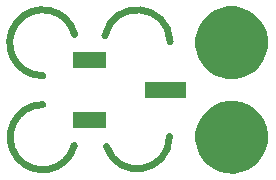
<source format=gts>
%TF.GenerationSoftware,KiCad,Pcbnew,4.0.5-e0-6337~49~ubuntu16.04.1*%
%TF.CreationDate,2017-05-28T07:48:56-07:00*%
%TF.ProjectId,2x3-Mini-Potentiometer-3361P-SMT,3278332D4D696E692D506F74656E7469,v1.1*%
%TF.FileFunction,Soldermask,Top*%
%FSLAX46Y46*%
G04 Gerber Fmt 4.6, Leading zero omitted, Abs format (unit mm)*
G04 Created by KiCad (PCBNEW 4.0.5-e0-6337~49~ubuntu16.04.1) date Sun May 28 07:48:56 2017*
%MOMM*%
%LPD*%
G01*
G04 APERTURE LIST*
%ADD10C,0.350000*%
%ADD11C,0.600000*%
G04 APERTURE END LIST*
D10*
D11*
X4187920Y-35856127D02*
G75*
G03X6854920Y-39311580I0J-2756953D01*
G01*
X9586124Y-39374856D02*
G75*
G03X14919420Y-38549580I2602796J825276D01*
G01*
X6890757Y-29904191D02*
G75*
G03X4187920Y-33406080I-2702837J-707889D01*
G01*
X14977449Y-30532407D02*
G75*
G03X9458420Y-30040580I-2788529J-79673D01*
G01*
D10*
G36*
X20511030Y-35538927D02*
X21101975Y-35660231D01*
X21658118Y-35894012D01*
X22158254Y-36231358D01*
X22583341Y-36659423D01*
X22917186Y-37161901D01*
X23147076Y-37719656D01*
X23264184Y-38311094D01*
X23264184Y-38311104D01*
X23264251Y-38311443D01*
X23254630Y-39000496D01*
X23254553Y-39000834D01*
X23254553Y-39000842D01*
X23120977Y-39588781D01*
X22875605Y-40139896D01*
X22527857Y-40632858D01*
X22090982Y-41048889D01*
X21581620Y-41372141D01*
X21019174Y-41590299D01*
X20425067Y-41695056D01*
X19821923Y-41682422D01*
X19232720Y-41552877D01*
X18679902Y-41311357D01*
X18184527Y-40967062D01*
X17765457Y-40533103D01*
X17438658Y-40026010D01*
X17216576Y-39465094D01*
X17107675Y-38871738D01*
X17116097Y-38268521D01*
X17241526Y-37678427D01*
X17479179Y-37123938D01*
X17820011Y-36626168D01*
X18251032Y-36204080D01*
X18755833Y-35873748D01*
X19315179Y-35647757D01*
X19907765Y-35534716D01*
X20511030Y-35538927D01*
X20511030Y-35538927D01*
G37*
G36*
X9529620Y-37837780D02*
X6777220Y-37837780D01*
X6777220Y-36495380D01*
X9529620Y-36495380D01*
X9529620Y-37837780D01*
X9529620Y-37837780D01*
G37*
G36*
X16279620Y-35257780D02*
X12827220Y-35257780D01*
X12827220Y-33915380D01*
X16279620Y-33915380D01*
X16279620Y-35257780D01*
X16279620Y-35257780D01*
G37*
G36*
X20511030Y-27538927D02*
X21101975Y-27660231D01*
X21658118Y-27894012D01*
X22158254Y-28231358D01*
X22583341Y-28659423D01*
X22917186Y-29161901D01*
X23147076Y-29719656D01*
X23264184Y-30311094D01*
X23264184Y-30311104D01*
X23264251Y-30311443D01*
X23254630Y-31000496D01*
X23254553Y-31000834D01*
X23254553Y-31000842D01*
X23120977Y-31588781D01*
X22875605Y-32139896D01*
X22527857Y-32632858D01*
X22090982Y-33048889D01*
X21581620Y-33372141D01*
X21019174Y-33590299D01*
X20425067Y-33695056D01*
X19821923Y-33682422D01*
X19232720Y-33552877D01*
X18679902Y-33311357D01*
X18184527Y-32967062D01*
X17765457Y-32533103D01*
X17438658Y-32026010D01*
X17216576Y-31465094D01*
X17107675Y-30871738D01*
X17116097Y-30268521D01*
X17241526Y-29678427D01*
X17479179Y-29123938D01*
X17820011Y-28626168D01*
X18251032Y-28204080D01*
X18755833Y-27873748D01*
X19315179Y-27647757D01*
X19907765Y-27534716D01*
X20511030Y-27538927D01*
X20511030Y-27538927D01*
G37*
G36*
X9529620Y-32757780D02*
X6777220Y-32757780D01*
X6777220Y-31415380D01*
X9529620Y-31415380D01*
X9529620Y-32757780D01*
X9529620Y-32757780D01*
G37*
M02*

</source>
